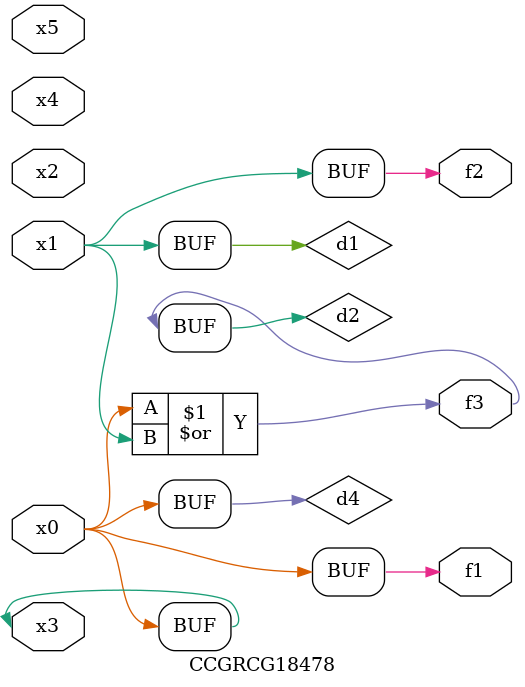
<source format=v>
module CCGRCG18478(
	input x0, x1, x2, x3, x4, x5,
	output f1, f2, f3
);

	wire d1, d2, d3, d4;

	and (d1, x1);
	or (d2, x0, x1);
	nand (d3, x0, x5);
	buf (d4, x0, x3);
	assign f1 = d4;
	assign f2 = d1;
	assign f3 = d2;
endmodule

</source>
